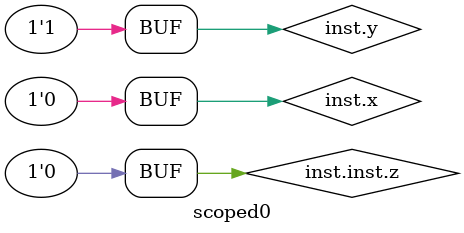
<source format=v>
module mod1;
   wire [7:0] x;
   wire [7:0] y;

   mod2 inst(.x(x));

   assign inst.y = 8'h45;

   always @(*) begin
      $display("mod1 y=%0h", y);
   end
endmodule

module mod2(input wire [7:0] x);
   wire [7:0] z;
   wire [7:0] y;
   always @(*) begin
      $display("mod2 x=%0h", x);
      $display("mod2 z=%0h", z);
      $display("mod2 y=%0h", y);
   end
endmodule

module scoped0;
   mod1 inst();

   always @(*) begin
      $display("mod1_inst.mod2_inst.x=%0h", inst.inst.x);
   end

   assign inst.x = 8'h42;
   assign inst.y = 8'h43;
   assign inst.inst.z = 8'h44;

endmodule

</source>
